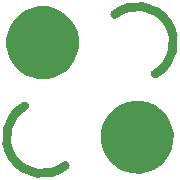
<source format=gbs>
%TF.GenerationSoftware,KiCad,Pcbnew,4.0.7-e2-6376~58~ubuntu16.04.1*%
%TF.CreationDate,2018-05-14T09:05:55-07:00*%
%TF.ProjectId,2x2-LED-RGB-NeoPixel-SMT,3278322D4C45442D5247422D4E656F50,1.0*%
%TF.FileFunction,Soldermask,Bot*%
%FSLAX46Y46*%
G04 Gerber Fmt 4.6, Leading zero omitted, Abs format (unit mm)*
G04 Created by KiCad (PCBNEW 4.0.7-e2-6376~58~ubuntu16.04.1) date Mon May 14 09:05:55 2018*
%MOMM*%
%LPD*%
G01*
G04 APERTURE LIST*
%ADD10C,0.350000*%
%ADD11C,0.800000*%
G04 APERTURE END LIST*
D10*
D11*
X8051141Y-49385475D02*
G75*
G03X11473954Y-54425584I1497813J-2665109D01*
G01*
X19096767Y-46665693D02*
G75*
G03X15673954Y-41625584I-1497813J2665109D01*
G01*
D10*
G36*
X17897064Y-48951431D02*
X18488009Y-49072735D01*
X19044152Y-49306516D01*
X19544288Y-49643862D01*
X19969375Y-50071927D01*
X20303220Y-50574405D01*
X20533110Y-51132160D01*
X20650218Y-51723598D01*
X20650218Y-51723608D01*
X20650285Y-51723947D01*
X20640664Y-52413000D01*
X20640587Y-52413338D01*
X20640587Y-52413346D01*
X20507011Y-53001285D01*
X20261639Y-53552400D01*
X19913891Y-54045362D01*
X19477016Y-54461393D01*
X18967654Y-54784645D01*
X18405208Y-55002803D01*
X17811101Y-55107560D01*
X17207957Y-55094926D01*
X16618754Y-54965381D01*
X16065936Y-54723861D01*
X15570561Y-54379566D01*
X15151491Y-53945607D01*
X14824692Y-53438514D01*
X14602610Y-52877598D01*
X14493709Y-52284242D01*
X14502131Y-51681025D01*
X14627560Y-51090931D01*
X14865213Y-50536442D01*
X15206045Y-50038672D01*
X15637066Y-49616584D01*
X16141867Y-49286252D01*
X16701213Y-49060261D01*
X17293799Y-48947220D01*
X17897064Y-48951431D01*
X17897064Y-48951431D01*
G37*
G36*
X9897064Y-40951431D02*
X10488009Y-41072735D01*
X11044152Y-41306516D01*
X11544288Y-41643862D01*
X11969375Y-42071927D01*
X12303220Y-42574405D01*
X12533110Y-43132160D01*
X12650218Y-43723598D01*
X12650218Y-43723608D01*
X12650285Y-43723947D01*
X12640664Y-44413000D01*
X12640587Y-44413338D01*
X12640587Y-44413346D01*
X12507011Y-45001285D01*
X12261639Y-45552400D01*
X11913891Y-46045362D01*
X11477016Y-46461393D01*
X10967654Y-46784645D01*
X10405208Y-47002803D01*
X9811101Y-47107560D01*
X9207957Y-47094926D01*
X8618754Y-46965381D01*
X8065936Y-46723861D01*
X7570561Y-46379566D01*
X7151491Y-45945607D01*
X6824692Y-45438514D01*
X6602610Y-44877598D01*
X6493709Y-44284242D01*
X6502131Y-43681025D01*
X6627560Y-43090931D01*
X6865213Y-42536442D01*
X7206045Y-42038672D01*
X7637066Y-41616584D01*
X8141867Y-41286252D01*
X8701213Y-41060261D01*
X9293799Y-40947220D01*
X9897064Y-40951431D01*
X9897064Y-40951431D01*
G37*
M02*

</source>
